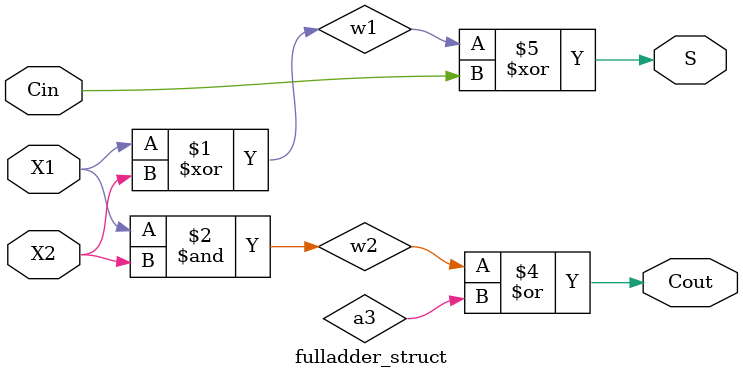
<source format=v>
module fulladder_struct(
    input X1, X2, Cin,
    output S, Cout
);

wire w1, w2, w3;
xor u1(w1, X1, X2);
and u2(w2, X1, X2);
and u3(w3, w1, Cin);
or u4(Cout, w2, a3);
xor u5(S,w1,Cin);

endmodule

</source>
